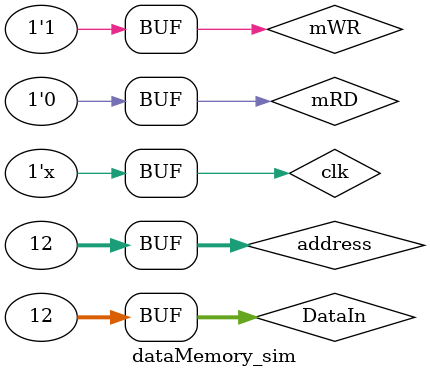
<source format=v>
`timescale 1ns / 1ps
module dataMemory_sim;
// input
reg clk;
reg [31:0] address;
reg [31:0] DataIn;reg mRD;
reg mWR;
// output
wire [31:0] DataOut;
dataMemory uut(
.clk(clk),
.address(address),
.DataIn(DataIn),
.mRD(mRD),
.mWR(mWR),
.DataOut(DataOut)
);
always #15 clk = !clk;
initial begin
clk = 0;
address = 0;
DataIn = 0;
mRD = 1; // Îª 0£¬ Õý³£¶Á£» Îª 1,Êä³ö¸ß×éÌ¬
mWR = 1; // Îª 0£¬ Ð´£» Îª 1£¬ ÎÞ²Ù×÷
#30; // 30 ÄÉÃëºó£¬ clk ÏÂ½µÑØÐ´
address = 8;
DataIn = 8;
mRD = 1; // Îª 0£¬ Õý³£¶Á£» Îª 1,Êä³ö¸ß×éÌ¬
mWR = 0; // Îª 0£¬ Ð´£» Îª 1£¬ ÎÞ²Ù×÷
#30; // 60 ÄÉÃëºó£¬ clk ÏÂ½µÑØÐ´
address = 12;
DataIn = 12;
mRD = 1; // Îª 0£¬ Õý³£¶Á£» Îª 1,Êä³ö¸ß×éÌ¬
mWR = 0; // Îª 0£¬ Ð´£» Îª 1£¬ ÎÞ²Ù×÷
#30; // 90 ÄÉÃë¿ªÊ¼¶Á
address = 8;
mRD = 0; // Îª 0£¬ Õý³£¶Á£» Îª 1,Êä³ö¸ß×éÌ¬
mWR = 1; // Îª 0£¬ Ð´£» Îª 1£¬ ÎÞ²Ù×÷
#30; // 120 ÄÉÃë¿ªÊ¼¶Á
address = 12;
mRD = 0; // Îª 0£¬ Õý³£¶Á£» Îª 1,Êä³ö¸ß×éÌ¬
mWR = 1; // Îª 0£¬ Ð´£» Îª 1£¬ ÎÞ²Ù×÷#30 $stop; // 150 ÄÉÃë Í£
end
endmodule
</source>
